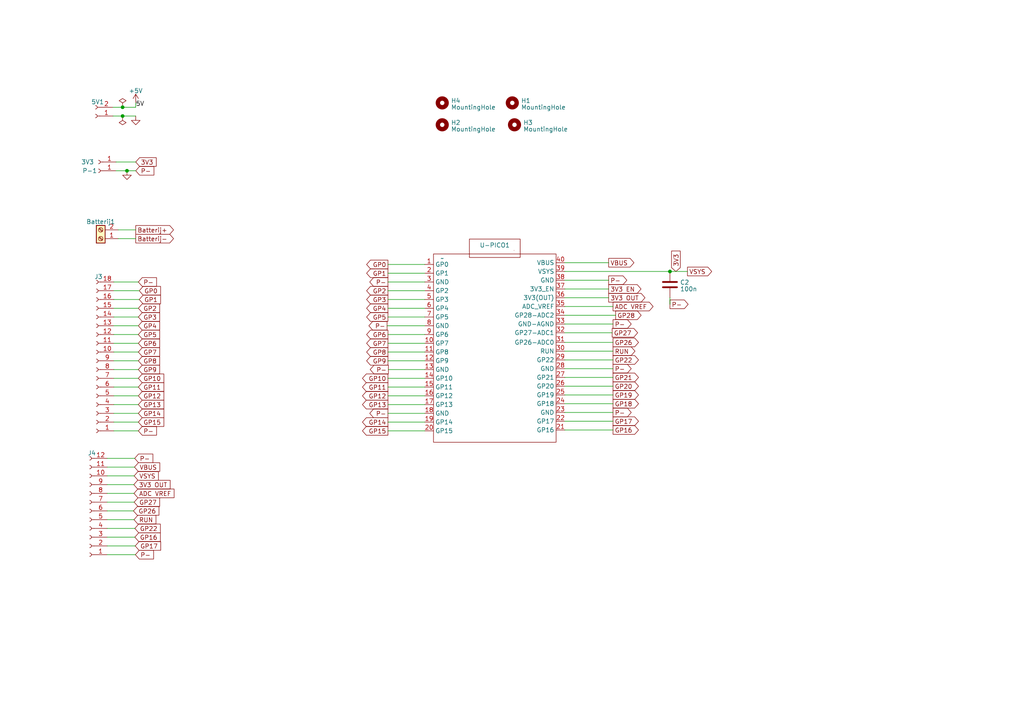
<source format=kicad_sch>
(kicad_sch (version 20230121) (generator eeschema)
  (paper "A4")
  (title_block (title "Microcontroller ") (date "2023-11-06") (rev "V0.1") (company "HHS Living Labs"))
  (lib_symbols
    (symbol "Connector:Conn_01x01_Socket" (pin_names (offset 1.016) hide)
      (property "Reference" "J" (at 0 2.54 0))
      (property "Value" "Conn_01x01_Socket" (at 0 -2.54 0))
      (symbol "Conn_01x01_Socket_1_1"
        (polyline (pts (xy -1.27 0) (xy -0.508 0)) (stroke (width 0.1524)))
        (arc (start 0 0.508) (mid -0.5058 0) (end 0 -0.508) (stroke (width 0.1524)))
        (pin passive line (at -5.08 0 0) (length 3.81) (name "Pin_1") (number "1"))
      )
    )
    (symbol "Connector:Conn_01x02_Socket" (pin_names (offset 1.016) hide)
      (property "Reference" "J" (at 0 2.54 0))
      (property "Value" "Conn_01x02_Socket" (at 0 -5.08 0))
      (symbol "Conn_01x02_Socket_1_1"
        (arc (start 0 -2.032) (mid -0.5058 -2.54) (end 0 -3.048) (stroke (width 0.1524)))
        (polyline (pts (xy -1.27 -2.54) (xy -0.508 -2.54)) (stroke (width 0.1524)))
        (polyline (pts (xy -1.27 0) (xy -0.508 0)) (stroke (width 0.1524)))
        (arc (start 0 0.508) (mid -0.5058 0) (end 0 -0.508) (stroke (width 0.1524)))
        (pin passive line (at -5.08 0 0) (length 3.81) (name "Pin_1") (number "1"))
        (pin passive line (at -5.08 -2.54 0) (length 3.81) (name "Pin_2") (number "2"))
      )
    )
    (symbol "Connector:Conn_01x12_Socket" (pin_names (offset 1.016) hide)
      (property "Reference" "J" (at 0 15.24 0))
      (property "Value" "Conn_01x12_Socket" (at 0 -17.78 0))
      (symbol "Conn_01x12_Socket_1_1"
        (arc (start 0 -14.732) (mid -0.5058 -15.24) (end 0 -15.748) (stroke (width 0.1524)))
        (arc (start 0 -12.192) (mid -0.5058 -12.7) (end 0 -13.208) (stroke (width 0.1524)))
        (arc (start 0 -9.652) (mid -0.5058 -10.16) (end 0 -10.668) (stroke (width 0.1524)))
        (arc (start 0 -7.112) (mid -0.5058 -7.62) (end 0 -8.128) (stroke (width 0.1524)))
        (arc (start 0 -4.572) (mid -0.5058 -5.08) (end 0 -5.588) (stroke (width 0.1524)))
        (arc (start 0 -2.032) (mid -0.5058 -2.54) (end 0 -3.048) (stroke (width 0.1524)))
        (polyline (pts (xy -1.27 -15.24) (xy -0.508 -15.24)) (stroke (width 0.1524)))
        (polyline (pts (xy -1.27 -12.7) (xy -0.508 -12.7)) (stroke (width 0.1524)))
        (polyline (pts (xy -1.27 -10.16) (xy -0.508 -10.16)) (stroke (width 0.1524)))
        (polyline (pts (xy -1.27 -7.62) (xy -0.508 -7.62)) (stroke (width 0.1524)))
        (polyline (pts (xy -1.27 -5.08) (xy -0.508 -5.08)) (stroke (width 0.1524)))
        (polyline (pts (xy -1.27 -2.54) (xy -0.508 -2.54)) (stroke (width 0.1524)))
        (polyline (pts (xy -1.27 0) (xy -0.508 0)) (stroke (width 0.1524)))
        (polyline (pts (xy -1.27 2.54) (xy -0.508 2.54)) (stroke (width 0.1524)))
        (polyline (pts (xy -1.27 5.08) (xy -0.508 5.08)) (stroke (width 0.1524)))
        (polyline (pts (xy -1.27 7.62) (xy -0.508 7.62)) (stroke (width 0.1524)))
        (polyline (pts (xy -1.27 10.16) (xy -0.508 10.16)) (stroke (width 0.1524)))
        (polyline (pts (xy -1.27 12.7) (xy -0.508 12.7)) (stroke (width 0.1524)))
        (arc (start 0 0.508) (mid -0.5058 0) (end 0 -0.508) (stroke (width 0.1524)))
        (arc (start 0 3.048) (mid -0.5058 2.54) (end 0 2.032) (stroke (width 0.1524)))
        (arc (start 0 5.588) (mid -0.5058 5.08) (end 0 4.572) (stroke (width 0.1524)))
        (arc (start 0 8.128) (mid -0.5058 7.62) (end 0 7.112) (stroke (width 0.1524)))
        (arc (start 0 10.668) (mid -0.5058 10.16) (end 0 9.652) (stroke (width 0.1524)))
        (arc (start 0 13.208) (mid -0.5058 12.7) (end 0 12.192) (stroke (width 0.1524)))
        (pin passive line (at -5.08 12.7 0) (length 3.81) (name "Pin_1") (number "1"))
        (pin passive line (at -5.08 -10.16 0) (length 3.81) (name "Pin_10") (number "10"))
        (pin passive line (at -5.08 -12.7 0) (length 3.81) (name "Pin_11") (number "11"))
        (pin passive line (at -5.08 -15.24 0) (length 3.81) (name "Pin_12") (number "12"))
        (pin passive line (at -5.08 10.16 0) (length 3.81) (name "Pin_2") (number "2"))
        (pin passive line (at -5.08 7.62 0) (length 3.81) (name "Pin_3") (number "3"))
        (pin passive line (at -5.08 5.08 0) (length 3.81) (name "Pin_4") (number "4"))
        (pin passive line (at -5.08 2.54 0) (length 3.81) (name "Pin_5") (number "5"))
        (pin passive line (at -5.08 0 0) (length 3.81) (name "Pin_6") (number "6"))
        (pin passive line (at -5.08 -2.54 0) (length 3.81) (name "Pin_7") (number "7"))
        (pin passive line (at -5.08 -5.08 0) (length 3.81) (name "Pin_8") (number "8"))
        (pin passive line (at -5.08 -7.62 0) (length 3.81) (name "Pin_9") (number "9"))
      )
    )
    (symbol "Connector:Conn_01x18_Socket" (pin_names (offset 1.016) hide)
      (property "Reference" "J" (at 0 22.86 0))
      (property "Value" "Conn_01x18_Socket" (at 0 -25.4 0))
      (symbol "Conn_01x18_Socket_1_1"
        (arc (start 0 -22.352) (mid -0.5058 -22.86) (end 0 -23.368) (stroke (width 0.1524)))
        (arc (start 0 -19.812) (mid -0.5058 -20.32) (end 0 -20.828) (stroke (width 0.1524)))
        (arc (start 0 -17.272) (mid -0.5058 -17.78) (end 0 -18.288) (stroke (width 0.1524)))
        (arc (start 0 -14.732) (mid -0.5058 -15.24) (end 0 -15.748) (stroke (width 0.1524)))
        (arc (start 0 -12.192) (mid -0.5058 -12.7) (end 0 -13.208) (stroke (width 0.1524)))
        (arc (start 0 -9.652) (mid -0.5058 -10.16) (end 0 -10.668) (stroke (width 0.1524)))
        (arc (start 0 -7.112) (mid -0.5058 -7.62) (end 0 -8.128) (stroke (width 0.1524)))
        (arc (start 0 -4.572) (mid -0.5058 -5.08) (end 0 -5.588) (stroke (width 0.1524)))
        (arc (start 0 -2.032) (mid -0.5058 -2.54) (end 0 -3.048) (stroke (width 0.1524)))
        (polyline (pts (xy -1.27 -22.86) (xy -0.508 -22.86)) (stroke (width 0.1524)))
        (polyline (pts (xy -1.27 -20.32) (xy -0.508 -20.32)) (stroke (width 0.1524)))
        (polyline (pts (xy -1.27 -17.78) (xy -0.508 -17.78)) (stroke (width 0.1524)))
        (polyline (pts (xy -1.27 -15.24) (xy -0.508 -15.24)) (stroke (width 0.1524)))
        (polyline (pts (xy -1.27 -12.7) (xy -0.508 -12.7)) (stroke (width 0.1524)))
        (polyline (pts (xy -1.27 -10.16) (xy -0.508 -10.16)) (stroke (width 0.1524)))
        (polyline (pts (xy -1.27 -7.62) (xy -0.508 -7.62)) (stroke (width 0.1524)))
        (polyline (pts (xy -1.27 -5.08) (xy -0.508 -5.08)) (stroke (width 0.1524)))
        (polyline (pts (xy -1.27 -2.54) (xy -0.508 -2.54)) (stroke (width 0.1524)))
        (polyline (pts (xy -1.27 0) (xy -0.508 0)) (stroke (width 0.1524)))
        (polyline (pts (xy -1.27 2.54) (xy -0.508 2.54)) (stroke (width 0.1524)))
        (polyline (pts (xy -1.27 5.08) (xy -0.508 5.08)) (stroke (width 0.1524)))
        (polyline (pts (xy -1.27 7.62) (xy -0.508 7.62)) (stroke (width 0.1524)))
        (polyline (pts (xy -1.27 10.16) (xy -0.508 10.16)) (stroke (width 0.1524)))
        (polyline (pts (xy -1.27 12.7) (xy -0.508 12.7)) (stroke (width 0.1524)))
        (polyline (pts (xy -1.27 15.24) (xy -0.508 15.24)) (stroke (width 0.1524)))
        (polyline (pts (xy -1.27 17.78) (xy -0.508 17.78)) (stroke (width 0.1524)))
        (polyline (pts (xy -1.27 20.32) (xy -0.508 20.32)) (stroke (width 0.1524)))
        (arc (start 0 0.508) (mid -0.5058 0) (end 0 -0.508) (stroke (width 0.1524)))
        (arc (start 0 3.048) (mid -0.5058 2.54) (end 0 2.032) (stroke (width 0.1524)))
        (arc (start 0 5.588) (mid -0.5058 5.08) (end 0 4.572) (stroke (width 0.1524)))
        (arc (start 0 8.128) (mid -0.5058 7.62) (end 0 7.112) (stroke (width 0.1524)))
        (arc (start 0 10.668) (mid -0.5058 10.16) (end 0 9.652) (stroke (width 0.1524)))
        (arc (start 0 13.208) (mid -0.5058 12.7) (end 0 12.192) (stroke (width 0.1524)))
        (arc (start 0 15.748) (mid -0.5058 15.24) (end 0 14.732) (stroke (width 0.1524)))
        (arc (start 0 18.288) (mid -0.5058 17.78) (end 0 17.272) (stroke (width 0.1524)))
        (arc (start 0 20.828) (mid -0.5058 20.32) (end 0 19.812) (stroke (width 0.1524)))
        (pin passive line (at -5.08 20.32 0) (length 3.81) (name "Pin_1") (number "1"))
        (pin passive line (at -5.08 -2.54 0) (length 3.81) (name "Pin_10") (number "10"))
        (pin passive line (at -5.08 -5.08 0) (length 3.81) (name "Pin_11") (number "11"))
        (pin passive line (at -5.08 -7.62 0) (length 3.81) (name "Pin_12") (number "12"))
        (pin passive line (at -5.08 -10.16 0) (length 3.81) (name "Pin_13") (number "13"))
        (pin passive line (at -5.08 -12.7 0) (length 3.81) (name "Pin_14") (number "14"))
        (pin passive line (at -5.08 -15.24 0) (length 3.81) (name "Pin_15") (number "15"))
        (pin passive line (at -5.08 -17.78 0) (length 3.81) (name "Pin_16") (number "16"))
        (pin passive line (at -5.08 -20.32 0) (length 3.81) (name "Pin_17") (number "17"))
        (pin passive line (at -5.08 -22.86 0) (length 3.81) (name "Pin_18") (number "18"))
        (pin passive line (at -5.08 17.78 0) (length 3.81) (name "Pin_2") (number "2"))
        (pin passive line (at -5.08 15.24 0) (length 3.81) (name "Pin_3") (number "3"))
        (pin passive line (at -5.08 12.7 0) (length 3.81) (name "Pin_4") (number "4"))
        (pin passive line (at -5.08 10.16 0) (length 3.81) (name "Pin_5") (number "5"))
        (pin passive line (at -5.08 7.62 0) (length 3.81) (name "Pin_6") (number "6"))
        (pin passive line (at -5.08 5.08 0) (length 3.81) (name "Pin_7") (number "7"))
        (pin passive line (at -5.08 2.54 0) (length 3.81) (name "Pin_8") (number "8"))
        (pin passive line (at -5.08 0 0) (length 3.81) (name "Pin_9") (number "9"))
      )
    )
    (symbol "Connector:Screw_Terminal_01x02" (pin_names (offset 1.016) hide)
      (property "Reference" "J" (at 0 2.54 0))
      (property "Value" "Screw_Terminal_01x02" (at 0 -5.08 0))
      (symbol "Screw_Terminal_01x02_1_1"
        (rectangle (start -1.27 1.27) (end 1.27 -3.81) (stroke (width 0.254)) (fill (type background)))
        (circle (center 0 -2.54) (radius 0.635) (stroke (width 0.1524)))
        (polyline (pts (xy -0.5334 -2.2098) (xy 0.3302 -3.048)) (stroke (width 0.1524)))
        (polyline (pts (xy -0.5334 0.3302) (xy 0.3302 -0.508)) (stroke (width 0.1524)))
        (polyline (pts (xy -0.3556 -2.032) (xy 0.508 -2.8702)) (stroke (width 0.1524)))
        (polyline (pts (xy -0.3556 0.508) (xy 0.508 -0.3302)) (stroke (width 0.1524)))
        (circle (center 0 0) (radius 0.635) (stroke (width 0.1524)))
        (pin passive line (at -5.08 0 0) (length 3.81) (name "Pin_1") (number "1"))
        (pin passive line (at -5.08 -2.54 0) (length 3.81) (name "Pin_2") (number "2"))
      )
    )
    (symbol "Device:C" (pin_numbers hide) (pin_names (offset 0.254))
      (property "Reference" "C" (at 0.635 2.54 0))
      (property "Value" "C" (at 0.635 -2.54 0))
      (symbol "C_0_1"
        (polyline (pts (xy -2.032 -0.762) (xy 2.032 -0.762)) (stroke (width 0.508)))
        (polyline (pts (xy -2.032 0.762) (xy 2.032 0.762)) (stroke (width 0.508)))
      )
      (symbol "C_1_1"
        (pin passive line (at 0 3.81 270) (length 2.794) (name "~") (number "1"))
        (pin passive line (at 0 -3.81 90) (length 2.794) (name "~") (number "2"))
      )
    )
    (symbol "Light_challenge:Raspeberry_Pico"
      (property "Reference" "U-PICO1" (at 15.24 3.81 0))
      (property "Value" "~" (at 0 0 0))
      (symbol "Raspeberry_Pico_0_1"
        (rectangle (start -2.54 1.27) (end 33.02 -53.34))
        (rectangle (start 7.874 5.588) (end 22.606 0.254))
        (rectangle (start 20.828 2.286) (end 20.828 2.286))
      )
      (symbol "Raspeberry_Pico_1_1"
        (pin input line (at -5.08 -1.778 0) (length 2.54) (name "GP0") (number "1"))
        (pin input line (at -5.08 -24.638 0) (length 2.54) (name "GP7") (number "10"))
        (pin input line (at -5.08 -27.178 0) (length 2.54) (name "GP8") (number "11"))
        (pin input line (at -5.08 -29.718 0) (length 2.54) (name "GP9") (number "12"))
        (pin passive line (at -5.08 -32.258 0) (length 2.54) (name "GND") (number "13"))
        (pin input line (at -5.08 -34.798 0) (length 2.54) (name "GP10") (number "14"))
        (pin input line (at -5.08 -37.338 0) (length 2.54) (name "GP11") (number "15"))
        (pin input line (at -5.08 -39.878 0) (length 2.54) (name "GP12") (number "16"))
        (pin input line (at -5.08 -42.418 0) (length 2.54) (name "GP13") (number "17"))
        (pin passive line (at -5.08 -44.958 0) (length 2.54) (name "GND") (number "18"))
        (pin input line (at -5.08 -47.498 0) (length 2.54) (name "GP14") (number "19"))
        (pin input line (at -5.08 -4.318 0) (length 2.54) (name "GP1") (number "2"))
        (pin input line (at -5.08 -50.038 0) (length 2.54) (name "GP15") (number "20"))
        (pin input line (at 35.56 -49.784 180) (length 2.54) (name "GP16") (number "21"))
        (pin input line (at 35.56 -47.244 180) (length 2.54) (name "GP17") (number "22"))
        (pin passive line (at 35.56 -44.704 180) (length 2.54) (name "GND") (number "23"))
        (pin input line (at 35.56 -42.164 180) (length 2.54) (name "GP18") (number "24"))
        (pin input line (at 35.56 -39.624 180) (length 2.54) (name "GP19") (number "25"))
        (pin input line (at 35.56 -37.084 180) (length 2.54) (name "GP20") (number "26"))
        (pin input line (at 35.56 -34.544 180) (length 2.54) (name "GP21") (number "27"))
        (pin passive line (at 35.56 -32.004 180) (length 2.54) (name "GND") (number "28"))
        (pin input line (at 35.56 -29.464 180) (length 2.54) (name "GP22") (number "29"))
        (pin passive line (at -5.08 -6.858 0) (length 2.54) (name "GND") (number "3"))
        (pin input line (at 35.56 -26.924 180) (length 2.54) (name "RUN") (number "30"))
        (pin input line (at 35.56 -24.384 180) (length 2.54) (name "GP26-ADC0") (number "31"))
        (pin input line (at 35.56 -21.59 180) (length 2.54) (name "GP27-ADC1") (number "32"))
        (pin passive line (at 35.56 -19.05 180) (length 2.54) (name "GND-AGND") (number "33"))
        (pin input line (at 35.56 -16.51 180) (length 2.54) (name "GP28-ADC2") (number "34"))
        (pin passive line (at 35.56 -13.97 180) (length 2.54) (name "ADC_VREF") (number "35"))
        (pin output line (at 35.56 -11.43 180) (length 2.54) (name "3V3(OUT)") (number "36"))
        (pin output line (at 35.56 -8.89 180) (length 2.54) (name "3V3_EN") (number "37"))
        (pin passive line (at 35.56 -6.35 180) (length 2.54) (name "GND") (number "38"))
        (pin passive line (at 35.56 -3.81 180) (length 2.54) (name "VSYS") (number "39"))
        (pin input line (at -5.08 -9.398 0) (length 2.54) (name "GP2") (number "4"))
        (pin bidirectional line (at 35.56 -1.27 180) (length 2.54) (name "VBUS") (number "40"))
        (pin input line (at -5.08 -11.938 0) (length 2.54) (name "GP3") (number "5"))
        (pin input line (at -5.08 -14.478 0) (length 2.54) (name "GP4") (number "6"))
        (pin input line (at -5.08 -17.018 0) (length 2.54) (name "GP5") (number "7"))
        (pin passive line (at -5.08 -19.558 0) (length 2.54) (name "GND") (number "8"))
        (pin input line (at -5.08 -22.098 0) (length 2.54) (name "GP6") (number "9"))
      )
    )
    (symbol "Mechanical:MountingHole" (pin_names (offset 1.016))
      (property "Reference" "H" (at 0 5.08 0))
      (property "Value" "MountingHole" (at 0 3.175 0))
      (symbol "MountingHole_0_1"
        (circle (center 0 0) (radius 1.27) (stroke (width 1.27)))
      )
    )
    (symbol "power:+5V" (power) (pin_names (offset 0))
      (property "Value" "+5V" (at 0 3.556 0))
      (symbol "+5V_0_1"
        (polyline (pts (xy -0.762 1.27) (xy 0 2.54)))
        (polyline (pts (xy 0 0) (xy 0 2.54)))
        (polyline (pts (xy 0 2.54) (xy 0.762 1.27)))
      )
      (symbol "+5V_1_1"
        (pin power_in line (at 0 0 90) (length 0) hide (name "+5V") (number "1"))
      )
    )
    (symbol "power:GND" (power) (pin_names (offset 0))
      (property "Value" "GND" (at 0 -3.81 0))
      (symbol "GND_0_1"
        (polyline (pts (xy 0 0) (xy 0 -1.27) (xy 1.27 -1.27) (xy 0 -2.54) (xy -1.27 -1.27) (xy 0 -1.27)))
      )
      (symbol "GND_1_1"
        (pin power_in line (at 0 0 270) (length 0) hide (name "GND") (number "1"))
      )
    )
    (symbol "power:PWR_FLAG" (power) (pin_numbers hide) (pin_names (offset 0) hide)
      (property "Value" "PWR_FLAG" (at 0 3.81 0))
      (symbol "PWR_FLAG_0_0"
        (pin power_out line (at 0 0 90) (length 0) (name "pwr") (number "1"))
      )
      (symbol "PWR_FLAG_0_1"
        (polyline (pts (xy 0 0) (xy 0 1.27) (xy -1.016 1.905) (xy 0 2.54) (xy 1.016 1.905) (xy 0 1.27)))
      )
    )
  )
  (junction (at 35.56 33.655))
  (junction (at 36.83 49.53))
  (junction (at 194.31 78.74))
  (junction (at 35.56 31.115))
  (wire (pts (xy 31.0896 138.0236) (xy 38.9128 138.0236)))
  (wire (pts (xy 31.0896 158.3436) (xy 39.2176 158.3436)))
  (wire (pts (xy 163.83 96.52) (xy 177.546 96.52)))
  (wire (pts (xy 112.522 79.248) (xy 123.19 79.248)))
  (wire (pts (xy 112.522 117.348) (xy 123.19 117.348)))
  (wire (pts (xy 112.522 119.888) (xy 123.19 119.888)))
  (wire (pts (xy 163.83 91.44) (xy 178.562 91.44)))
  (wire (pts (xy 33.02 99.568) (xy 40.132 99.568)))
  (wire (pts (xy 112.522 91.948) (xy 123.19 91.948)))
  (wire (pts (xy 33.02 107.188) (xy 40.132 107.188)))
  (wire (pts (xy 31.0896 155.8036) (xy 39.116 155.8036)))
  (wire (pts (xy 32.766 31.115) (xy 35.56 31.115)))
  (wire (pts (xy 112.522 104.648) (xy 123.19 104.648)))
  (wire (pts (xy 112.522 81.788) (xy 123.19 81.788)))
  (wire (pts (xy 163.83 122.174) (xy 177.8 122.174)))
  (wire (pts (xy 31.0896 148.1836) (xy 38.7096 148.1836)))
  (wire (pts (xy 112.522 84.328) (xy 123.19 84.328)))
  (wire (pts (xy 39.37 29.845) (xy 39.37 31.115)))
  (wire (pts (xy 33.02 114.808) (xy 40.132 114.808)))
  (wire (pts (xy 33.02 112.268) (xy 40.132 112.268)))
  (wire (pts (xy 33.02 124.968) (xy 40.132 124.968)))
  (wire (pts (xy 163.83 112.014) (xy 177.8 112.014)))
  (wire (pts (xy 112.522 86.868) (xy 123.19 86.868)))
  (wire (pts (xy 163.83 78.74) (xy 194.31 78.74)))
  (wire (pts (xy 33.02 91.948) (xy 40.132 91.948)))
  (wire (pts (xy 31.0896 160.8836) (xy 39.2684 160.8836)))
  (wire (pts (xy 112.522 124.968) (xy 123.19 124.968)))
  (wire (pts (xy 33.02 109.728) (xy 40.132 109.728)))
  (wire (pts (xy 163.83 81.28) (xy 176.53 81.28)))
  (wire (pts (xy 31.0896 153.2636) (xy 39.116 153.2636)))
  (wire (pts (xy 163.83 104.394) (xy 177.8 104.394)))
  (wire (pts (xy 112.522 112.268) (xy 123.19 112.268)))
  (wire (pts (xy 31.0896 145.6436) (xy 38.9128 145.6436)))
  (wire (pts (xy 112.522 89.408) (xy 123.19 89.408)))
  (wire (pts (xy 163.83 114.554) (xy 177.8 114.554)))
  (wire (pts (xy 163.83 88.9) (xy 177.8 88.9)))
  (wire (pts (xy 33.02 94.488) (xy 40.132 94.488)))
  (wire (pts (xy 163.83 99.314) (xy 177.8 99.314)))
  (wire (pts (xy 194.31 86.36) (xy 194.31 88.265)))
  (wire (pts (xy 33.02 97.028) (xy 40.132 97.028)))
  (wire (pts (xy 31.0896 150.7236) (xy 38.862 150.7236)))
  (wire (pts (xy 163.83 106.934) (xy 177.8 106.934)))
  (wire (pts (xy 112.522 99.568) (xy 123.19 99.568)))
  (wire (pts (xy 163.83 117.094) (xy 177.8 117.094)))
  (wire (pts (xy 163.83 109.474) (xy 177.8 109.474)))
  (wire (pts (xy 35.56 33.655) (xy 39.37 33.655)))
  (wire (pts (xy 112.522 76.708) (xy 123.19 76.708)))
  (wire (pts (xy 112.522 97.028) (xy 123.19 97.028)))
  (wire (pts (xy 33.02 117.348) (xy 40.132 117.348)))
  (wire (pts (xy 33.655 49.53) (xy 36.83 49.53)))
  (wire (pts (xy 33.02 84.328) (xy 40.386 84.328)))
  (wire (pts (xy 31.0896 143.1036) (xy 38.862 143.1036)))
  (wire (pts (xy 34.29 66.675) (xy 39.37 66.675)))
  (wire (pts (xy 33.02 81.788) (xy 40.132 81.788)))
  (wire (pts (xy 31.0896 132.9436) (xy 39.0652 132.9436)))
  (wire (pts (xy 31.0896 135.4836) (xy 39.0144 135.4836)))
  (wire (pts (xy 163.83 101.854) (xy 177.8 101.854)))
  (wire (pts (xy 33.655 46.99) (xy 39.37 46.99)))
  (wire (pts (xy 33.02 122.428) (xy 40.132 122.428)))
  (wire (pts (xy 33.02 86.868) (xy 40.386 86.868)))
  (wire (pts (xy 31.0896 140.5636) (xy 38.8112 140.5636)))
  (wire (pts (xy 112.649 107.188) (xy 123.19 107.188)))
  (wire (pts (xy 35.56 31.115) (xy 39.37 31.115)))
  (wire (pts (xy 32.766 33.655) (xy 35.56 33.655)))
  (wire (pts (xy 163.83 124.714) (xy 177.8 124.714)))
  (wire (pts (xy 112.268 94.488) (xy 123.19 94.488)))
  (wire (pts (xy 112.522 122.428) (xy 123.19 122.428)))
  (wire (pts (xy 33.02 119.888) (xy 40.132 119.888)))
  (wire (pts (xy 33.02 89.408) (xy 40.132 89.408)))
  (wire (pts (xy 34.29 69.215) (xy 39.37 69.215)))
  (wire (pts (xy 112.522 109.728) (xy 123.19 109.728)))
  (wire (pts (xy 163.83 76.2) (xy 176.53 76.2)))
  (wire (pts (xy 33.02 104.648) (xy 40.132 104.648)))
  (wire (pts (xy 33.02 102.108) (xy 40.132 102.108)))
  (wire (pts (xy 112.522 102.108) (xy 123.19 102.108)))
  (wire (pts (xy 163.83 83.82) (xy 176.53 83.82)))
  (wire (pts (xy 112.522 114.808) (xy 123.19 114.808)))
  (wire (pts (xy 36.83 49.53) (xy 39.37 49.53)))
  (wire (pts (xy 163.83 119.634) (xy 177.8 119.634)))
  (wire (pts (xy 163.83 86.36) (xy 176.53 86.36)))
  (wire (pts (xy 194.31 78.74) (xy 199.39 78.74)))
  (wire (pts (xy 163.83 93.98) (xy 177.8 93.98)))
  (label "5V" (at 39.37 31.115 0))
  (global_label "GP10" (shape input) (at 40.132 109.728 0) (property "Intersheetrefs" "${INTERSHEET_REFS}" (effects hide)))
  (global_label "GP9" (shape output) (at 112.522 104.648 180) (property "Intersheetrefs" "${INTERSHEET_REFS}" (effects hide)))
  (global_label "GP2" (shape output) (at 112.522 84.328 180) (property "Intersheetrefs" "${INTERSHEET_REFS}" (effects hide)))
  (global_label "GP14" (shape output) (at 112.522 122.428 180) (property "Intersheetrefs" "${INTERSHEET_REFS}" (effects hide)))
  (global_label "P-" (shape output) (at 112.522 119.888 180) (property "Intersheetrefs" "${INTERSHEET_REFS}" (effects hide)))
  (global_label "GP12" (shape input) (at 40.132 114.808 0) (property "Intersheetrefs" "${INTERSHEET_REFS}" (effects hide)))
  (global_label "P-" (shape output) (at 194.31 88.265 0) (property "Intersheetrefs" "${INTERSHEET_REFS}" (effects hide)))
  (global_label "GP5" (shape input) (at 40.132 97.028 0) (property "Intersheetrefs" "${INTERSHEET_REFS}" (effects hide)))
  (global_label "GP4" (shape output) (at 112.522 89.408 180) (property "Intersheetrefs" "${INTERSHEET_REFS}" (effects hide)))
  (global_label "P-" (shape output) (at 177.8 119.634 0) (property "Intersheetrefs" "${INTERSHEET_REFS}" (effects hide)))
  (global_label "3V3 OUT" (shape input) (at 38.8112 140.5636 0) (property "Intersheetrefs" "${INTERSHEET_REFS}" (effects hide)))
  (global_label "P-" (shape output) (at 177.8 93.98 0) (property "Intersheetrefs" "${INTERSHEET_REFS}" (effects hide)))
  (global_label "GP17" (shape output) (at 177.8 122.174 0) (property "Intersheetrefs" "${INTERSHEET_REFS}" (effects hide)))
  (global_label "P-" (shape input) (at 40.132 81.788 0) (property "Intersheetrefs" "${INTERSHEET_REFS}" (effects hide)))
  (global_label "ADC VREF" (shape input) (at 38.862 143.1036 0) (property "Intersheetrefs" "${INTERSHEET_REFS}" (effects hide)))
  (global_label "RUN" (shape output) (at 177.8 101.854 0) (property "Intersheetrefs" "${INTERSHEET_REFS}" (effects hide)))
  (global_label "GP26" (shape output) (at 177.8 99.314 0) (property "Intersheetrefs" "${INTERSHEET_REFS}" (effects hide)))
  (global_label "GP8" (shape output) (at 112.522 102.108 180) (property "Intersheetrefs" "${INTERSHEET_REFS}" (effects hide)))
  (global_label "RUN" (shape input) (at 38.862 150.7236 0) (property "Intersheetrefs" "${INTERSHEET_REFS}" (effects hide)))
  (global_label "GP10" (shape output) (at 112.522 109.728 180) (property "Intersheetrefs" "${INTERSHEET_REFS}" (effects hide)))
  (global_label "Batterij+" (shape output) (at 39.37 66.675 0) (property "Intersheetrefs" "${INTERSHEET_REFS}" (effects hide)))
  (global_label "GP20" (shape output) (at 177.8 112.014 0) (property "Intersheetrefs" "${INTERSHEET_REFS}" (effects hide)))
  (global_label "VBUS" (shape input) (at 39.0144 135.4836 0) (property "Intersheetrefs" "${INTERSHEET_REFS}" (effects hide)))
  (global_label "P-" (shape output) (at 112.268 94.488 180) (property "Intersheetrefs" "${INTERSHEET_REFS}" (effects hide)))
  (global_label "GP2" (shape input) (at 40.132 89.408 0) (property "Intersheetrefs" "${INTERSHEET_REFS}" (effects hide)))
  (global_label "ADC VREF" (shape output) (at 177.8 88.9 0) (property "Intersheetrefs" "${INTERSHEET_REFS}" (effects hide)))
  (global_label "GP3" (shape input) (at 40.132 91.948 0) (property "Intersheetrefs" "${INTERSHEET_REFS}" (effects hide)))
  (global_label "GP5" (shape output) (at 112.522 91.948 180) (property "Intersheetrefs" "${INTERSHEET_REFS}" (effects hide)))
  (global_label "GP19" (shape output) (at 177.8 114.554 0) (property "Intersheetrefs" "${INTERSHEET_REFS}" (effects hide)))
  (global_label "GP12" (shape output) (at 112.522 114.808 180) (property "Intersheetrefs" "${INTERSHEET_REFS}" (effects hide)))
  (global_label "GP7" (shape output) (at 112.522 99.568 180) (property "Intersheetrefs" "${INTERSHEET_REFS}" (effects hide)))
  (global_label "GP17" (shape input) (at 39.2176 158.3436 0) (property "Intersheetrefs" "${INTERSHEET_REFS}" (effects hide)))
  (global_label "P-" (shape input) (at 40.132 124.968 0) (property "Intersheetrefs" "${INTERSHEET_REFS}" (effects hide)))
  (global_label "GP14" (shape input) (at 40.132 119.888 0) (property "Intersheetrefs" "${INTERSHEET_REFS}" (effects hide)))
  (global_label "VBUS" (shape output) (at 176.53 76.2 0) (property "Intersheetrefs" "${INTERSHEET_REFS}" (effects hide)))
  (global_label "P-" (shape output) (at 177.8 106.934 0) (property "Intersheetrefs" "${INTERSHEET_REFS}" (effects hide)))
  (global_label "Batterij-" (shape output) (at 39.37 69.215 0) (property "Intersheetrefs" "${INTERSHEET_REFS}" (effects hide)))
  (global_label "GP27" (shape output) (at 177.546 96.52 0) (property "Intersheetrefs" "${INTERSHEET_REFS}" (effects hide)))
  (global_label "P-" (shape input) (at 39.0652 132.9436 0) (property "Intersheetrefs" "${INTERSHEET_REFS}" (effects hide)))
  (global_label "GP0" (shape output) (at 112.522 76.708 180) (property "Intersheetrefs" "${INTERSHEET_REFS}" (effects hide)))
  (global_label "GP1" (shape input) (at 40.386 86.868 0) (property "Intersheetrefs" "${INTERSHEET_REFS}" (effects hide)))
  (global_label "GP28" (shape output) (at 178.562 91.44 0) (property "Intersheetrefs" "${INTERSHEET_REFS}" (effects hide)))
  (global_label "GP16" (shape output) (at 177.8 124.714 0) (property "Intersheetrefs" "${INTERSHEET_REFS}" (effects hide)))
  (global_label "GP26" (shape input) (at 38.7096 148.1836 0) (property "Intersheetrefs" "${INTERSHEET_REFS}" (effects hide)))
  (global_label "GP22" (shape output) (at 177.8 104.394 0) (property "Intersheetrefs" "${INTERSHEET_REFS}" (effects hide)))
  (global_label "P-" (shape input) (at 39.2684 160.8836 0) (property "Intersheetrefs" "${INTERSHEET_REFS}" (effects hide)))
  (global_label "GP18" (shape output) (at 177.8 117.094 0) (property "Intersheetrefs" "${INTERSHEET_REFS}" (effects hide)))
  (global_label "3V3 EN" (shape output) (at 176.53 83.82 0) (property "Intersheetrefs" "${INTERSHEET_REFS}" (effects hide)))
  (global_label "P-" (shape output) (at 176.53 81.28 0) (property "Intersheetrefs" "${INTERSHEET_REFS}" (effects hide)))
  (global_label "GP1" (shape output) (at 112.522 79.248 180) (property "Intersheetrefs" "${INTERSHEET_REFS}" (effects hide)))
  (global_label "GP0" (shape input) (at 40.386 84.328 0) (property "Intersheetrefs" "${INTERSHEET_REFS}" (effects hide)))
  (global_label "VSYS" (shape input) (at 38.9128 138.0236 0) (property "Intersheetrefs" "${INTERSHEET_REFS}" (effects hide)))
  (global_label "3V3" (shape input) (at 196.0372 78.74 90) (property "Intersheetrefs" "${INTERSHEET_REFS}" (effects hide)))
  (global_label "GP21" (shape output) (at 177.8 109.474 0) (property "Intersheetrefs" "${INTERSHEET_REFS}" (effects hide)))
  (global_label "VSYS" (shape output) (at 199.39 78.74 0) (property "Intersheetrefs" "${INTERSHEET_REFS}" (effects hide)))
  (global_label "GP3" (shape output) (at 112.522 86.868 180) (property "Intersheetrefs" "${INTERSHEET_REFS}" (effects hide)))
  (global_label "GP13" (shape input) (at 40.132 117.348 0) (property "Intersheetrefs" "${INTERSHEET_REFS}" (effects hide)))
  (global_label "GP6" (shape output) (at 112.522 97.028 180) (property "Intersheetrefs" "${INTERSHEET_REFS}" (effects hide)))
  (global_label "P-" (shape input) (at 39.37 49.53 0) (property "Intersheetrefs" "${INTERSHEET_REFS}" (effects hide)))
  (global_label "P-" (shape output) (at 112.522 81.788 180) (property "Intersheetrefs" "${INTERSHEET_REFS}" (effects hide)))
  (global_label "GP8" (shape input) (at 40.132 104.648 0) (property "Intersheetrefs" "${INTERSHEET_REFS}" (effects hide)))
  (global_label "GP15" (shape output) (at 112.522 124.968 180) (property "Intersheetrefs" "${INTERSHEET_REFS}" (effects hide)))
  (global_label "GP22" (shape input) (at 39.116 153.2636 0) (property "Intersheetrefs" "${INTERSHEET_REFS}" (effects hide)))
  (global_label "GP16" (shape input) (at 39.116 155.8036 0) (property "Intersheetrefs" "${INTERSHEET_REFS}" (effects hide)))
  (global_label "3V3" (shape input) (at 39.37 46.99 0) (property "Intersheetrefs" "${INTERSHEET_REFS}" (effects hide)))
  (global_label "3V3 OUT" (shape output) (at 176.53 86.36 0) (property "Intersheetrefs" "${INTERSHEET_REFS}" (effects hide)))
  (global_label "GP13" (shape output) (at 112.522 117.348 180) (property "Intersheetrefs" "${INTERSHEET_REFS}" (effects hide)))
  (global_label "GP9" (shape input) (at 40.132 107.188 0) (property "Intersheetrefs" "${INTERSHEET_REFS}" (effects hide)))
  (global_label "GP4" (shape input) (at 40.132 94.488 0) (property "Intersheetrefs" "${INTERSHEET_REFS}" (effects hide)))
  (global_label "GP11" (shape output) (at 112.522 112.268 180) (property "Intersheetrefs" "${INTERSHEET_REFS}" (effects hide)))
  (global_label "GP6" (shape input) (at 40.132 99.568 0) (property "Intersheetrefs" "${INTERSHEET_REFS}" (effects hide)))
  (global_label "P-" (shape output) (at 112.649 107.188 180) (property "Intersheetrefs" "${INTERSHEET_REFS}" (effects hide)))
  (global_label "GP7" (shape input) (at 40.132 102.108 0) (property "Intersheetrefs" "${INTERSHEET_REFS}" (effects hide)))
  (global_label "GP27" (shape input) (at 38.9128 145.6436 0) (property "Intersheetrefs" "${INTERSHEET_REFS}" (effects hide)))
  (global_label "GP11" (shape input) (at 40.132 112.268 0) (property "Intersheetrefs" "${INTERSHEET_REFS}" (effects hide)))
  (global_label "GP15" (shape input) (at 40.132 122.428 0) (property "Intersheetrefs" "${INTERSHEET_REFS}" (effects hide)))
  (symbol (lib_id "Connector:Conn_01x02_Socket") (at 27.686 33.655 180) (unit 1)
    (property "Reference" "5V1" (at 28.321 29.5689 0))
    (property "Value" "Conn_01x02_Socket" (effects hide))
    (property "Footprint" "TerminalBlock_TE-Connectivity:TerminalBlock_TE_282834-2_1x02_P2.54mm_Horizontal" (effects hide))
  )
  (symbol (lib_id "Connector:Screw_Terminal_01x02") (at 29.21 69.215 180) (unit 1)
    (property "Reference" "Batterij1" (at 29.21 64.3161 0))
    (property "Value" "Screw_Terminal_01x02" (effects hide))
    (property "Footprint" "TerminalBlock_TE-Connectivity:TerminalBlock_TE_282834-2_1x02_P2.54mm_Horizontal" (effects hide))
  )
  (symbol (lib_id "Device:C") (at 194.31 82.55 0) (unit 1)
    (property "Reference" "C2" (at 197.231 81.9063 0) (effects (justify left)))
    (property "Value" "100n" (at 197.231 83.8273 0) (effects (justify left)))
    (property "Footprint" "Capacitor_SMD:C_0603_1608Metric" (effects hide))
  )
  (symbol (lib_id "power:GND") (at 36.83 49.53 0) (unit 1)
    (property "Reference" "#PWR04" (effects hide))
    (property "Value" "GND" (effects hide))
  )
  (symbol (lib_id "Mechanical:MountingHole") (at 149.225 36.195 0) (unit 1)
    (property "Reference" "H3" (at 151.765 35.5513 0) (effects (justify left)))
    (property "Value" "MountingHole" (at 151.765 37.4723 0) (effects (justify left)))
    (property "Footprint" "MountingHole:MountingHole_3.2mm_M3_DIN965_Pad" (effects hide))
  )
  (symbol (lib_id "Mechanical:MountingHole") (at 128.27 29.845 0) (unit 1)
    (property "Reference" "H4" (at 130.81 29.2013 0) (effects (justify left)))
    (property "Value" "MountingHole" (at 130.81 31.1223 0) (effects (justify left)))
    (property "Footprint" "MountingHole:MountingHole_3.2mm_M3_DIN965_Pad" (effects hide))
  )
  (symbol (lib_id "power:GND") (at 39.37 33.655 0) (unit 1)
    (property "Reference" "#PWR03" (effects hide))
    (property "Value" "GND" (effects hide))
  )
  (symbol (lib_id "Connector:Conn_01x01_Socket") (at 28.575 49.53 180) (unit 1)
    (property "Reference" "P-1" (at 26.035 49.53 0))
    (property "Value" "Conn_01x01_Socket" (effects hide))
    (property "Footprint" "Connector_PinHeader_2.54mm:PinHeader_1x01_P2.54mm_Vertical" (effects hide))
  )
  (symbol (lib_id "power:+5V") (at 39.37 29.845 0) (unit 1)
    (property "Reference" "#PWR021" (effects hide))
    (property "Value" "+5V" (at 39.37 26.3431 0))
  )
  (symbol (lib_id "Light_challenge:Raspeberry_Pico") (at 128.27 74.93 0) (unit 1)
    (property "Reference" "U-PICO1" (at 143.51 71.12 0))
    (property "Value" "~" (at 128.27 74.93 0))
    (property "Footprint" "Pico footprint:PICO" (effects hide))
  )
  (symbol (lib_id "Connector:Conn_01x01_Socket") (at 28.575 46.99 180) (unit 1)
    (property "Reference" "3V3" (at 25.4 46.99 0))
    (property "Value" "Conn_01x01_Socket" (effects hide))
    (property "Footprint" "Connector_PinHeader_2.54mm:PinHeader_1x01_P2.54mm_Vertical" (effects hide))
  )
  (symbol (lib_id "power:PWR_FLAG") (at 35.56 33.655 180) (unit 1)
    (property "Reference" "#FLG01" (effects hide))
    (property "Value" "PWR_FLAG" (effects hide))
  )
  (symbol (lib_id "Mechanical:MountingHole") (at 128.27 36.195 0) (unit 1)
    (property "Reference" "H2" (at 130.81 35.5513 0) (effects (justify left)))
    (property "Value" "MountingHole" (at 130.81 37.4723 0) (effects (justify left)))
    (property "Footprint" "MountingHole:MountingHole_3.2mm_M3_DIN965_Pad" (effects hide))
  )
  (symbol (lib_id "Mechanical:MountingHole") (at 148.59 29.845 0) (unit 1)
    (property "Reference" "H1" (at 151.13 29.2013 0) (effects (justify left)))
    (property "Value" "MountingHole" (at 151.13 31.1223 0) (effects (justify left)))
    (property "Footprint" "MountingHole:MountingHole_3.2mm_M3_DIN965_Pad" (effects hide))
  )
  (symbol (lib_id "power:PWR_FLAG") (at 35.56 31.115 0) (unit 1)
    (property "Reference" "#FLG03" (effects hide))
    (property "Value" "PWR_FLAG" (effects hide))
  )
  (symbol (lib_id "Connector:Conn_01x12_Socket") (at 26.0096 148.1836 180) (unit 1)
    (property "Reference" "J4" (at 26.6446 131.3975 0))
    (property "Value" "Conn_01x12_Socket" (effects hide))
    (property "Footprint" "Connector_PinSocket_2.54mm:PinSocket_1x12_P2.54mm_Vertical" (effects hide))
  )
  (symbol (lib_id "Connector:Conn_01x18_Socket") (at 27.94 104.648 180) (unit 1)
    (property "Reference" "J3" (at 28.575 80.2419 0))
    (property "Value" "Conn_01x18_Socket" (effects hide))
    (property "Footprint" "Connector_PinSocket_2.54mm:PinSocket_1x18_P2.54mm_Vertical" (effects hide))
  )
)
</source>
